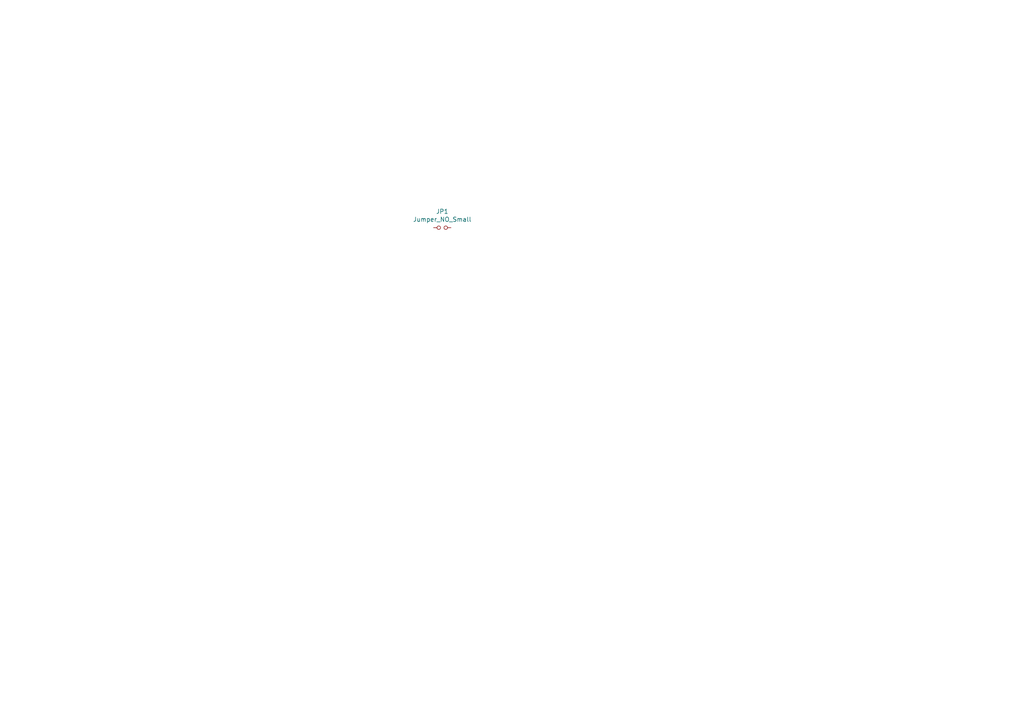
<source format=kicad_sch>
(kicad_sch (version 20230121) (generator eeschema)
  (paper "A4")
  (lib_symbols
    (symbol "omega_4_skeleton_bottom-rescue:Jumper_NO_Small-Device" (pin_numbers hide) (pin_names (offset 0.762) hide)
      (property "Reference" "JP" (at 0 2.032 0))
      (property "Value" "Device_Jumper_NO_Small" (at 0.254 -1.524 0))
      (symbol "Jumper_NO_Small-Device_0_1"
        (circle (center -1.016 0) (radius 0.508))
        (circle (center 1.016 0) (radius 0.508))
        (pin passive line (at -2.54 0 0) (length 1.016) (name "1") (number "1"))
        (pin passive line (at 2.54 0 180) (length 1.016) (name "2") (number "2"))
      )
    )
  )
  (symbol (lib_id "omega_4_skeleton_bottom-rescue:Jumper_NO_Small-Device") (at 128.27 66.04 0) (unit 1)
    (property "Reference" "JP1" (at 128.27 61.341 0))
    (property "Value" "Jumper_NO_Small" (at 128.27 63.6524 0))
    (property "Footprint" "Keebio-Parts:solder_jumper" (effects hide))
  )
)
</source>
